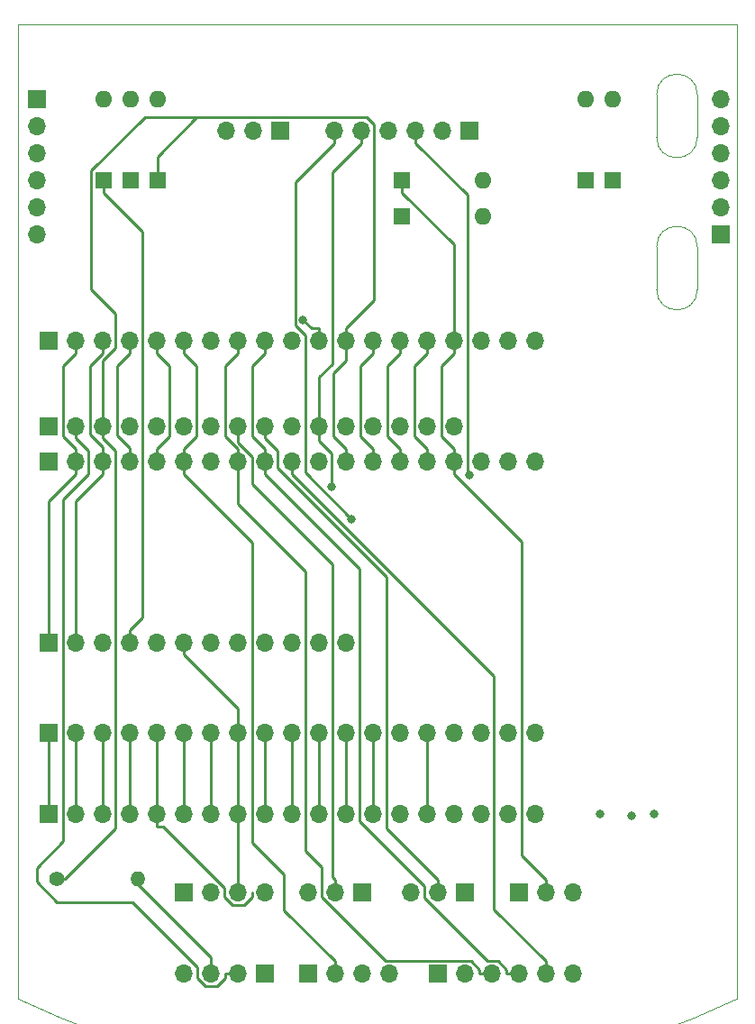
<source format=gbr>
G04 #@! TF.GenerationSoftware,KiCad,Pcbnew,(5.1.2)-2*
G04 #@! TF.CreationDate,2020-07-24T13:05:48-04:00*
G04 #@! TF.ProjectId,shim-PCB,7368696d-2d50-4434-922e-6b696361645f,rev?*
G04 #@! TF.SameCoordinates,Original*
G04 #@! TF.FileFunction,Copper,L3,Inr*
G04 #@! TF.FilePolarity,Positive*
%FSLAX46Y46*%
G04 Gerber Fmt 4.6, Leading zero omitted, Abs format (unit mm)*
G04 Created by KiCad (PCBNEW (5.1.2)-2) date 2020-07-24 13:05:48*
%MOMM*%
%LPD*%
G04 APERTURE LIST*
%ADD10C,0.050000*%
%ADD11R,1.700000X1.700000*%
%ADD12O,1.700000X1.700000*%
%ADD13C,1.400000*%
%ADD14O,1.400000X1.400000*%
%ADD15R,1.600000X1.600000*%
%ADD16O,1.600000X1.600000*%
%ADD17C,0.800000*%
%ADD18C,0.250000*%
G04 APERTURE END LIST*
D10*
X107878075Y-48006000D02*
X175425701Y-48006000D01*
X107878075Y-135724057D02*
X107878075Y-139534057D01*
X171682092Y-54560466D02*
X171682092Y-58605279D01*
X107878075Y-47997753D02*
X175425701Y-47997753D01*
X171682092Y-68852374D02*
X171682092Y-72897189D01*
X171682092Y-58605279D02*
G75*
G02X167872092Y-58605279I-1905000J0D01*
G01*
X167872092Y-68852374D02*
G75*
G02X171682092Y-68852374I1905000J0D01*
G01*
X175425701Y-47997753D02*
X175425701Y-139534057D01*
X167872092Y-58605279D02*
X167872092Y-54560466D01*
X167872092Y-54560466D02*
G75*
G02X171682092Y-54560466I1905000J0D01*
G01*
X171682092Y-72897189D02*
G75*
G02X167872092Y-72897189I-1905000J0D01*
G01*
X107878075Y-135724057D02*
X107878075Y-47997753D01*
X167872092Y-72897189D02*
X167872092Y-68852374D01*
X175371400Y-139560075D02*
G75*
G02X107878075Y-139534057I-33719511J70447727D01*
G01*
D11*
X154940000Y-129540000D03*
D12*
X157480000Y-129540000D03*
X160020000Y-129540000D03*
D13*
X111506000Y-128270000D03*
D14*
X119126000Y-128270000D03*
D15*
X118414000Y-62654400D03*
D16*
X118414000Y-55034400D03*
D15*
X120954000Y-62654400D03*
D16*
X120954000Y-55034400D03*
D11*
X110744000Y-85700500D03*
D12*
X113284000Y-85700500D03*
X115824000Y-85700500D03*
X118364000Y-85700500D03*
X120904000Y-85700500D03*
X123444000Y-85700500D03*
X125984000Y-85700500D03*
X128524000Y-85700500D03*
X131064000Y-85700500D03*
X133604000Y-85700500D03*
X136144000Y-85700500D03*
X138684000Y-85700500D03*
X141224000Y-85700500D03*
X143764000Y-85700500D03*
X146304000Y-85700500D03*
X148844000Y-85700500D03*
D11*
X131064000Y-137160000D03*
D12*
X128524000Y-137160000D03*
X125984000Y-137160000D03*
X123444000Y-137160000D03*
D11*
X135128000Y-137160000D03*
D12*
X137668000Y-137160000D03*
X140208000Y-137160000D03*
X142748000Y-137160000D03*
D11*
X147320000Y-137160000D03*
D12*
X149860000Y-137160000D03*
X152400000Y-137160000D03*
X154940000Y-137160000D03*
X157480000Y-137160000D03*
X160020000Y-137160000D03*
D11*
X149860000Y-129540000D03*
D12*
X147320000Y-129540000D03*
X144780000Y-129540000D03*
X135128000Y-129540000D03*
X137668000Y-129540000D03*
D11*
X140208000Y-129540000D03*
X123444000Y-129540000D03*
D12*
X125984000Y-129540000D03*
X128524000Y-129540000D03*
X131064000Y-129540000D03*
X156464000Y-122174000D03*
X153924000Y-122174000D03*
X151384000Y-122174000D03*
X148844000Y-122174000D03*
X146304000Y-122174000D03*
X143764000Y-122174000D03*
X141224000Y-122174000D03*
X138684000Y-122174000D03*
X136144000Y-122174000D03*
X133604000Y-122174000D03*
X131064000Y-122174000D03*
X128524000Y-122174000D03*
X125984000Y-122174000D03*
X123444000Y-122174000D03*
X120904000Y-122174000D03*
X118364000Y-122174000D03*
X115824000Y-122174000D03*
X113284000Y-122174000D03*
D11*
X110744000Y-122174000D03*
D12*
X156464000Y-114554000D03*
X153924000Y-114554000D03*
X151384000Y-114554000D03*
X148844000Y-114554000D03*
X146304000Y-114554000D03*
X143764000Y-114554000D03*
X141224000Y-114554000D03*
X138684000Y-114554000D03*
X136144000Y-114554000D03*
X133604000Y-114554000D03*
X131064000Y-114554000D03*
X128524000Y-114554000D03*
X125984000Y-114554000D03*
X123444000Y-114554000D03*
X120904000Y-114554000D03*
X118364000Y-114554000D03*
X115824000Y-114554000D03*
X113284000Y-114554000D03*
D11*
X110744000Y-114554000D03*
X110744000Y-106020000D03*
D12*
X113284000Y-106020000D03*
X115824000Y-106020000D03*
X118364000Y-106020000D03*
X120904000Y-106020000D03*
X123444000Y-106020000D03*
X125984000Y-106020000D03*
X128524000Y-106020000D03*
X131064000Y-106020000D03*
X133604000Y-106020000D03*
X136144000Y-106020000D03*
X138684000Y-106020000D03*
D11*
X110744000Y-89052400D03*
D12*
X113284000Y-89052400D03*
X115824000Y-89052400D03*
X118364000Y-89052400D03*
X120904000Y-89052400D03*
X123444000Y-89052400D03*
X125984000Y-89052400D03*
X128524000Y-89052400D03*
X131064000Y-89052400D03*
X133604000Y-89052400D03*
X136144000Y-89052400D03*
X138684000Y-89052400D03*
X141224000Y-89052400D03*
X143764000Y-89052400D03*
X146304000Y-89052400D03*
X148844000Y-89052400D03*
X151384000Y-89052400D03*
X153924000Y-89052400D03*
X156464000Y-89052400D03*
D11*
X110744000Y-77724000D03*
D12*
X113284000Y-77724000D03*
X115824000Y-77724000D03*
X118364000Y-77724000D03*
X120904000Y-77724000D03*
X123444000Y-77724000D03*
X125984000Y-77724000D03*
X128524000Y-77724000D03*
X131064000Y-77724000D03*
X133604000Y-77724000D03*
X136144000Y-77724000D03*
X138684000Y-77724000D03*
X141224000Y-77724000D03*
X143764000Y-77724000D03*
X146304000Y-77724000D03*
X148844000Y-77724000D03*
X151384000Y-77724000D03*
X153924000Y-77724000D03*
X156464000Y-77724000D03*
D11*
X132525000Y-57944400D03*
D12*
X129985000Y-57944400D03*
X127445000Y-57944400D03*
D11*
X150305000Y-57944400D03*
D12*
X147765000Y-57944400D03*
X145225000Y-57944400D03*
X142685000Y-57944400D03*
X140145000Y-57944400D03*
X137605000Y-57944400D03*
D11*
X173914000Y-67716400D03*
D12*
X173914000Y-65176400D03*
X173914000Y-62636400D03*
X173914000Y-60096400D03*
X173914000Y-57556400D03*
X173914000Y-55016400D03*
X109625000Y-67724400D03*
X109625000Y-65184400D03*
X109625000Y-62644400D03*
X109625000Y-60104400D03*
X109625000Y-57564400D03*
D11*
X109625000Y-55024400D03*
D15*
X143955000Y-66040000D03*
D16*
X151575000Y-66040000D03*
D15*
X143955000Y-62654400D03*
D16*
X151575000Y-62654400D03*
D15*
X163740000Y-62654400D03*
D16*
X163740000Y-55034400D03*
X161200000Y-55034400D03*
D15*
X161200000Y-62654400D03*
D16*
X115874000Y-55034400D03*
D15*
X115874000Y-62654400D03*
D17*
X134638700Y-75771500D03*
X137319300Y-91425600D03*
X139204700Y-94427100D03*
X150290500Y-90340200D03*
X162570000Y-122174000D03*
X167650000Y-122174000D03*
X165544500Y-122301000D03*
D18*
X136144000Y-77724000D02*
X136144000Y-76548700D01*
X136144000Y-76548700D02*
X135415900Y-76548700D01*
X135415900Y-76548700D02*
X134638700Y-75771500D01*
X127348700Y-137160000D02*
X128524000Y-137160000D01*
X125468600Y-138335300D02*
X126540800Y-138335300D01*
X124714000Y-137580700D02*
X125468600Y-138335300D01*
X124714000Y-136529800D02*
X124714000Y-137580700D01*
X118615600Y-130431400D02*
X124714000Y-136529800D01*
X111508400Y-130431400D02*
X118615600Y-130431400D01*
X109601000Y-128524000D02*
X111508400Y-130431400D01*
X109601000Y-127190500D02*
X109601000Y-128524000D01*
X113284000Y-85700500D02*
X113284000Y-86875800D01*
X114469800Y-88061600D02*
X114469800Y-90227800D01*
X114469800Y-90227800D02*
X112093000Y-92604600D01*
X126540800Y-138335300D02*
X127348700Y-137527400D01*
X112093000Y-92604600D02*
X112093000Y-124698500D01*
X127348700Y-137527400D02*
X127348700Y-137160000D01*
X113284000Y-86875800D02*
X114469800Y-88061600D01*
X112093000Y-124698500D02*
X109601000Y-127190500D01*
X152400000Y-137160000D02*
X151224700Y-137160000D01*
X128524000Y-89052400D02*
X128524000Y-93060200D01*
X128524000Y-93060200D02*
X134874000Y-99410200D01*
X134874000Y-99410200D02*
X134874000Y-125634500D01*
X134874000Y-125634500D02*
X136398000Y-127158500D01*
X136398000Y-127158500D02*
X136398000Y-129967900D01*
X136398000Y-129967900D02*
X142414800Y-135984700D01*
X142414800Y-135984700D02*
X150416800Y-135984700D01*
X150416800Y-135984700D02*
X151224700Y-136792600D01*
X151224700Y-136792600D02*
X151224700Y-137160000D01*
X128524000Y-88464700D02*
X128524000Y-89052400D01*
X128524000Y-88464700D02*
X128524000Y-87877100D01*
X128524000Y-77724000D02*
X128524000Y-78899300D01*
X128524000Y-78899300D02*
X127348700Y-80074600D01*
X127348700Y-80074600D02*
X127348700Y-86701800D01*
X127348700Y-86701800D02*
X128524000Y-87877100D01*
X138684000Y-77724000D02*
X138684000Y-76548700D01*
X138684000Y-76548700D02*
X141325900Y-73906800D01*
X141325900Y-73906800D02*
X141325900Y-57392800D01*
X141325900Y-57392800D02*
X140632300Y-56699200D01*
X119755900Y-56699200D02*
X114723000Y-61732100D01*
X114723000Y-61732100D02*
X114723000Y-72848400D01*
X114723000Y-72848400D02*
X117017600Y-75143000D01*
X117017600Y-75143000D02*
X117017600Y-78342600D01*
X117017600Y-78342600D02*
X115824000Y-79536200D01*
X115824000Y-79536200D02*
X115824000Y-85700500D01*
X138684000Y-78311600D02*
X138684000Y-77724000D01*
X138684000Y-78311600D02*
X138684000Y-78899300D01*
X115824000Y-85700500D02*
X115824000Y-86875800D01*
X116999300Y-88051100D02*
X115824000Y-86875800D01*
X138684000Y-87877100D02*
X137508700Y-86701800D01*
X137508700Y-86701800D02*
X137508700Y-80711500D01*
X137508700Y-80711500D02*
X138684000Y-79536200D01*
X138684000Y-79536200D02*
X138684000Y-78899300D01*
X138684000Y-89052400D02*
X138684000Y-87877100D01*
X112268000Y-128270000D02*
X116999300Y-123538700D01*
X111506000Y-128270000D02*
X112268000Y-128270000D01*
X116999300Y-123538700D02*
X116999300Y-88051100D01*
X125660200Y-56699200D02*
X124656800Y-56699200D01*
X125660200Y-56699200D02*
X119755900Y-56699200D01*
X140632300Y-56699200D02*
X125660200Y-56699200D01*
X120954000Y-60402000D02*
X120954000Y-62654400D01*
X124656800Y-56699200D02*
X120954000Y-60402000D01*
X131064000Y-89052400D02*
X131064000Y-87877100D01*
X131064000Y-77724000D02*
X131064000Y-78899300D01*
X131064000Y-78899300D02*
X129888700Y-80074600D01*
X129888700Y-80074600D02*
X129888700Y-86701800D01*
X129888700Y-86701800D02*
X131064000Y-87877100D01*
X154940000Y-137160000D02*
X153764700Y-137160000D01*
X131064000Y-89052400D02*
X131064000Y-90227700D01*
X131064000Y-90227700D02*
X139954000Y-99117700D01*
X139954000Y-99117700D02*
X139954000Y-122813800D01*
X139954000Y-122813800D02*
X146050000Y-128909800D01*
X146050000Y-128909800D02*
X146050000Y-130038300D01*
X146050000Y-130038300D02*
X151996400Y-135984700D01*
X151996400Y-135984700D02*
X152956800Y-135984700D01*
X152956800Y-135984700D02*
X153764700Y-136792600D01*
X153764700Y-136792600D02*
X153764700Y-137160000D01*
X137668000Y-129540000D02*
X137668000Y-128364700D01*
X137668000Y-128364700D02*
X137414000Y-128110700D01*
X137414000Y-128110700D02*
X137414000Y-98675100D01*
X137414000Y-98675100D02*
X129888600Y-91149700D01*
X129888600Y-91149700D02*
X129888600Y-88604800D01*
X129888600Y-88604800D02*
X128524000Y-87240200D01*
X128524000Y-87240200D02*
X128524000Y-85700500D01*
X115824000Y-122174000D02*
X115824000Y-114554000D01*
X147320000Y-128364700D02*
X142494000Y-123538700D01*
X142494000Y-123538700D02*
X142494000Y-99901200D01*
X142494000Y-99901200D02*
X132239300Y-89646500D01*
X132239300Y-89646500D02*
X132239300Y-88051100D01*
X132239300Y-88051100D02*
X131064000Y-86875800D01*
X131064000Y-85700500D02*
X131064000Y-86875800D01*
X147320000Y-129540000D02*
X147320000Y-128364700D01*
X118364000Y-122174000D02*
X118364000Y-114554000D01*
X120904000Y-122174000D02*
X120904000Y-123349300D01*
X120904000Y-123349300D02*
X121491600Y-123349300D01*
X121491600Y-123349300D02*
X127254000Y-129111700D01*
X127254000Y-129111700D02*
X127254000Y-129935700D01*
X127254000Y-129935700D02*
X128033600Y-130715300D01*
X128033600Y-130715300D02*
X129080800Y-130715300D01*
X129080800Y-130715300D02*
X129888700Y-129907400D01*
X129888700Y-129907400D02*
X129888700Y-129540000D01*
X120904000Y-114554000D02*
X120904000Y-122174000D01*
X123444000Y-114554000D02*
X123444000Y-122174000D01*
X118364000Y-106020000D02*
X118364000Y-104844700D01*
X115874000Y-62654400D02*
X115874000Y-63779700D01*
X115874000Y-63779700D02*
X119539300Y-67445000D01*
X119539300Y-67445000D02*
X119539300Y-103669400D01*
X119539300Y-103669400D02*
X118364000Y-104844700D01*
X125984000Y-114554000D02*
X125984000Y-122174000D01*
X128524000Y-122174000D02*
X128524000Y-129540000D01*
X128524000Y-114554000D02*
X128524000Y-122174000D01*
X123444000Y-107195300D02*
X128524000Y-112275300D01*
X128524000Y-112275300D02*
X128524000Y-114554000D01*
X123444000Y-106020000D02*
X123444000Y-107195300D01*
X136144000Y-85700500D02*
X136144000Y-87096900D01*
X136144000Y-87096900D02*
X137319300Y-88272200D01*
X137319300Y-88272200D02*
X137319300Y-91425600D01*
X140145000Y-57944400D02*
X140145000Y-59119700D01*
X140145000Y-59119700D02*
X137376600Y-61888100D01*
X137376600Y-61888100D02*
X137376600Y-79888400D01*
X137376600Y-79888400D02*
X136144000Y-81121000D01*
X136144000Y-81121000D02*
X136144000Y-85700500D01*
X131064000Y-122174000D02*
X131064000Y-114554000D01*
X133604000Y-122174000D02*
X133604000Y-114554000D01*
X136144000Y-114554000D02*
X136144000Y-122174000D01*
X138684000Y-114554000D02*
X138684000Y-122174000D01*
X137605000Y-57944400D02*
X137605000Y-59119700D01*
X139204700Y-94427100D02*
X134874000Y-90096400D01*
X134874000Y-90096400D02*
X134874000Y-77232200D01*
X134874000Y-77232200D02*
X133911300Y-76269500D01*
X133911300Y-76269500D02*
X133911300Y-62813400D01*
X133911300Y-62813400D02*
X137605000Y-59119700D01*
X141224000Y-114554000D02*
X141224000Y-122174000D01*
X145225000Y-57944400D02*
X145225000Y-59119700D01*
X150290500Y-90340200D02*
X150114000Y-90163700D01*
X150114000Y-90163700D02*
X150114000Y-64008700D01*
X150114000Y-64008700D02*
X145225000Y-59119700D01*
X146304000Y-122174000D02*
X146304000Y-114554000D01*
X113284000Y-89052400D02*
X113284000Y-90227700D01*
X110744000Y-106020000D02*
X110744000Y-92767700D01*
X110744000Y-92767700D02*
X113284000Y-90227700D01*
X113284000Y-89052400D02*
X113284000Y-87877100D01*
X113284000Y-87877100D02*
X112108700Y-86701800D01*
X112108700Y-86701800D02*
X112108700Y-80074600D01*
X112108700Y-80074600D02*
X113284000Y-78899300D01*
X113284000Y-77724000D02*
X113284000Y-78899300D01*
X115824000Y-77724000D02*
X115824000Y-78899300D01*
X115824000Y-78899300D02*
X114648600Y-80074700D01*
X114648600Y-80074700D02*
X114648600Y-86491100D01*
X114648600Y-86491100D02*
X115824000Y-87666500D01*
X115824000Y-87666500D02*
X115824000Y-89052400D01*
X113284000Y-106020000D02*
X113284000Y-92767700D01*
X113284000Y-92767700D02*
X115824000Y-90227700D01*
X115824000Y-89052400D02*
X115824000Y-90227700D01*
X118364000Y-77724000D02*
X118364000Y-78899300D01*
X118364000Y-78899300D02*
X117182900Y-80080400D01*
X117182900Y-80080400D02*
X117182900Y-86609100D01*
X117182900Y-86609100D02*
X118364000Y-87790200D01*
X118364000Y-87790200D02*
X118364000Y-89052400D01*
X120904000Y-89052400D02*
X120904000Y-87877100D01*
X120904000Y-77724000D02*
X120904000Y-78899300D01*
X120904000Y-78899300D02*
X122079300Y-80074600D01*
X122079300Y-80074600D02*
X122079300Y-86701800D01*
X122079300Y-86701800D02*
X120904000Y-87877100D01*
X123444000Y-90227700D02*
X129888600Y-96672300D01*
X129888600Y-96672300D02*
X129888600Y-124835600D01*
X129888600Y-124835600D02*
X132870700Y-127817700D01*
X132870700Y-127817700D02*
X132870700Y-131187400D01*
X132870700Y-131187400D02*
X137668000Y-135984700D01*
X123444000Y-89052400D02*
X123444000Y-90227700D01*
X137668000Y-137160000D02*
X137668000Y-135984700D01*
X123444000Y-89052400D02*
X123444000Y-87877100D01*
X123444000Y-77724000D02*
X123444000Y-78899300D01*
X123444000Y-78899300D02*
X124619300Y-80074600D01*
X124619300Y-80074600D02*
X124619300Y-86701800D01*
X124619300Y-86701800D02*
X123444000Y-87877100D01*
X157480000Y-137160000D02*
X157480000Y-135984700D01*
X133604000Y-89052400D02*
X133604000Y-90227700D01*
X133604000Y-90227700D02*
X152590400Y-109214100D01*
X152590400Y-109214100D02*
X152590400Y-131095100D01*
X152590400Y-131095100D02*
X157480000Y-135984700D01*
X141224000Y-89052400D02*
X141224000Y-87877100D01*
X141224000Y-77724000D02*
X141224000Y-78899300D01*
X141224000Y-78899300D02*
X140048700Y-80074600D01*
X140048700Y-80074600D02*
X140048700Y-86701800D01*
X140048700Y-86701800D02*
X141224000Y-87877100D01*
X146304000Y-89052400D02*
X146304000Y-87877100D01*
X146304000Y-77724000D02*
X146304000Y-78899300D01*
X146304000Y-78899300D02*
X145128700Y-80074600D01*
X145128700Y-80074600D02*
X145128700Y-86701800D01*
X145128700Y-86701800D02*
X146304000Y-87877100D01*
X143955000Y-63779700D02*
X148844000Y-68668700D01*
X148844000Y-68668700D02*
X148844000Y-77724000D01*
X143955000Y-62654400D02*
X143955000Y-63779700D01*
X148844000Y-89052400D02*
X148844000Y-87877100D01*
X148844000Y-77724000D02*
X148844000Y-78899300D01*
X148844000Y-78899300D02*
X147668700Y-80074600D01*
X147668700Y-80074600D02*
X147668700Y-86701800D01*
X147668700Y-86701800D02*
X148844000Y-87877100D01*
X157480000Y-129540000D02*
X157480000Y-128364700D01*
X148844000Y-89052400D02*
X148844000Y-90227700D01*
X148844000Y-90227700D02*
X155194000Y-96577700D01*
X155194000Y-96577700D02*
X155194000Y-126078700D01*
X155194000Y-126078700D02*
X157480000Y-128364700D01*
X110744000Y-122174000D02*
X110744000Y-114554000D01*
X113284000Y-114554000D02*
X113284000Y-122174000D01*
X143764000Y-89052400D02*
X143764000Y-87877100D01*
X143764000Y-77724000D02*
X143764000Y-78899300D01*
X143764000Y-78899300D02*
X142588700Y-80074600D01*
X142588700Y-80074600D02*
X142588700Y-86701800D01*
X142588700Y-86701800D02*
X143764000Y-87877100D01*
X119126000Y-128270000D02*
X119126000Y-128778000D01*
X125984000Y-135636000D02*
X125984000Y-137160000D01*
X119126000Y-128778000D02*
X125984000Y-135636000D01*
M02*

</source>
